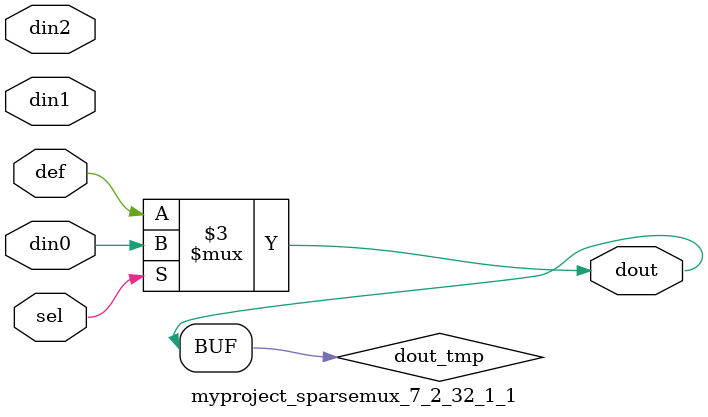
<source format=v>
`timescale 1ns / 1ps

module myproject_sparsemux_7_2_32_1_1 (din0,din1,din2,def,sel,dout);

parameter din0_WIDTH = 1;

parameter din1_WIDTH = 1;

parameter din2_WIDTH = 1;

parameter def_WIDTH = 1;
parameter sel_WIDTH = 1;
parameter dout_WIDTH = 1;

parameter [sel_WIDTH-1:0] CASE0 = 1;

parameter [sel_WIDTH-1:0] CASE1 = 1;

parameter [sel_WIDTH-1:0] CASE2 = 1;

parameter ID = 1;
parameter NUM_STAGE = 1;



input [din0_WIDTH-1:0] din0;

input [din1_WIDTH-1:0] din1;

input [din2_WIDTH-1:0] din2;

input [def_WIDTH-1:0] def;
input [sel_WIDTH-1:0] sel;

output [dout_WIDTH-1:0] dout;



reg [dout_WIDTH-1:0] dout_tmp;

always @ (*) begin
case (sel)
    
    CASE0 : dout_tmp = din0;
    
    CASE1 : dout_tmp = din1;
    
    CASE2 : dout_tmp = din2;
    
    default : dout_tmp = def;
endcase
end


assign dout = dout_tmp;



endmodule

</source>
